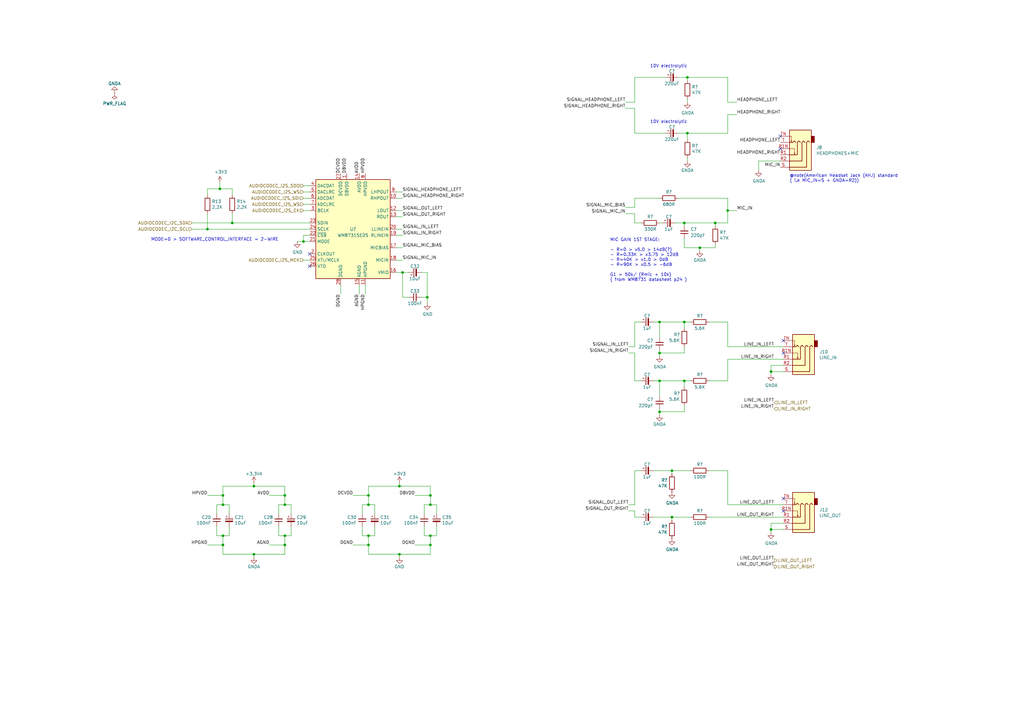
<source format=kicad_sch>
(kicad_sch (version 20231120) (generator "eeschema") (generator_version "8.0")
  (paper "A3")
  (title_block (title "KLST_TINY") (date "2021-05-01") (rev "0.2"))
  (lib_symbols
    (symbol "Audio:WM8731SEDS"
      (property "Reference" "U" (at -13.97 21.59 0))
      (property "Value" "WM8731SEDS" (at 0 5.08 0))
      (symbol "WM8731SEDS_0_1"
        (rectangle (start -15.24 20.32) (end 15.24 -20.32) (stroke (width 0.254)) (fill (type background)))
      )
      (symbol "WM8731SEDS_1_1"
        (pin power_in line (at -2.54 22.86 270) (length 2.54) (name "DBVDD") (number "1"))
        (pin output line (at 17.78 12.7 180) (length 2.54) (name "RHPOUT") (number "10"))
        (pin power_in line (at 5.08 -22.86 90) (length 2.54) (name "HPGND") (number "11"))
        (pin output line (at 17.78 7.62 180) (length 2.54) (name "LOUT") (number "12"))
        (pin output line (at 17.78 5.08 180) (length 2.54) (name "ROUT") (number "13"))
        (pin power_in line (at 2.54 22.86 270) (length 2.54) (name "AVDD") (number "14"))
        (pin power_in line (at 2.54 -22.86 90) (length 2.54) (name "AGND") (number "15"))
        (pin passive line (at 17.78 -17.78 180) (length 2.54) (name "VMID") (number "16"))
        (pin output line (at 17.78 -7.62 180) (length 2.54) (name "MICBIAS") (number "17"))
        (pin input line (at 17.78 -12.7 180) (length 2.54) (name "MICIN") (number "18"))
        (pin input line (at 17.78 -2.54 180) (length 2.54) (name "RLINEIN") (number "19"))
        (pin output line (at -17.78 -10.16 0) (length 2.54) (name "CLKOUT") (number "2"))
        (pin input line (at 17.78 0 180) (length 2.54) (name "LLINEIN") (number "20"))
        (pin input line (at -17.78 -5.08 0) (length 2.54) (name "MODE") (number "21"))
        (pin input line (at -17.78 -2.54 0) (length 2.54) (name "~{CSB}") (number "22"))
        (pin bidirectional line (at -17.78 2.54 0) (length 2.54) (name "SDIN") (number "23"))
        (pin input line (at -17.78 0 0) (length 2.54) (name "SCLK") (number "24"))
        (pin input line (at -17.78 -12.7 0) (length 2.54) (name "XTI/MCLK") (number "25"))
        (pin output line (at -17.78 -15.24 0) (length 2.54) (name "XTO") (number "26"))
        (pin power_in line (at -5.08 22.86 270) (length 2.54) (name "DCVDD") (number "27"))
        (pin power_in line (at -5.08 -22.86 90) (length 2.54) (name "DGND") (number "28"))
        (pin bidirectional line (at -17.78 7.62 0) (length 2.54) (name "BCLK") (number "3"))
        (pin input line (at -17.78 17.78 0) (length 2.54) (name "DACDAT") (number "4"))
        (pin bidirectional line (at -17.78 15.24 0) (length 2.54) (name "DACLRC") (number "5"))
        (pin output line (at -17.78 12.7 0) (length 2.54) (name "ADCDAT") (number "6"))
        (pin bidirectional line (at -17.78 10.16 0) (length 2.54) (name "ADCLRC") (number "7"))
        (pin power_in line (at 5.08 22.86 270) (length 2.54) (name "HPVDD") (number "8"))
        (pin output line (at 17.78 15.24 180) (length 2.54) (name "LHPOUT") (number "9"))
      )
    )
    (symbol "Device:C_Small" (pin_numbers hide) (pin_names (offset 0.254) hide)
      (property "Reference" "C" (at 0.254 1.778 0))
      (property "Value" "C_Small" (at 0.254 -2.032 0))
      (symbol "C_Small_0_1"
        (polyline (pts (xy -1.524 -0.508) (xy 1.524 -0.508)) (stroke (width 0.3302)))
        (polyline (pts (xy -1.524 0.508) (xy 1.524 0.508)) (stroke (width 0.3048)))
      )
      (symbol "C_Small_1_1"
        (pin passive line (at 0 2.54 270) (length 2.032) (name "~") (number "1"))
        (pin passive line (at 0 -2.54 90) (length 2.032) (name "~") (number "2"))
      )
    )
    (symbol "Device:R" (pin_numbers hide) (pin_names (offset 0))
      (property "Reference" "R" (at 2.032 0 90))
      (property "Value" "R" (at 0 0 90))
      (symbol "R_0_1"
        (rectangle (start -1.016 -2.54) (end 1.016 2.54) (stroke (width 0.254)))
      )
      (symbol "R_1_1"
        (pin passive line (at 0 3.81 270) (length 1.27) (name "~") (number "1"))
        (pin passive line (at 0 -3.81 90) (length 1.27) (name "~") (number "2"))
      )
    )
    (symbol "KLST_TINY-rescue:+3.3VA-power" (power) (pin_names (offset 0))
      (property "Value" "power_+3.3VA" (at 0 3.556 0))
      (symbol "+3.3VA-power_0_1"
        (polyline (pts (xy -0.762 1.27) (xy 0 2.54)))
        (polyline (pts (xy 0 0) (xy 0 2.54)))
        (polyline (pts (xy 0 2.54) (xy 0.762 1.27)))
      )
      (symbol "+3.3VA-power_1_1"
        (pin power_in line (at 0 0 90) (length 0) hide (name "+3.3VA") (number "1"))
      )
    )
    (symbol "KLST_TINY-rescue:+3V3-power" (power) (pin_names (offset 0))
      (property "Value" "power_+3V3" (at 0 3.556 0))
      (symbol "+3V3-power_0_1"
        (polyline (pts (xy -0.762 1.27) (xy 0 2.54)))
        (polyline (pts (xy 0 0) (xy 0 2.54)))
        (polyline (pts (xy 0 2.54) (xy 0.762 1.27)))
      )
      (symbol "+3V3-power_1_1"
        (pin power_in line (at 0 0 90) (length 0) hide (name "+3V3") (number "1"))
      )
    )
    (symbol "KLST_TINY-rescue:AudioJack4_SwitchTR1-Connector"
      (property "Reference" "J" (at 0 11.43 0))
      (property "Value" "Connector_AudioJack4_SwitchTR1" (at 0 8.89 0))
      (symbol "AudioJack4_SwitchTR1-Connector_0_1"
        (rectangle (start -7.62 -5.08) (end -8.89 -7.62) (stroke (width 0.254)) (fill (type outline)))
        (polyline (pts (xy 1.27 -5.08) (xy 2.54 -5.08)))
        (polyline (pts (xy 1.27 2.54) (xy 2.54 2.54)))
        (polyline (pts (xy 2.54 0) (xy 1.27 0)))
        (polyline (pts (xy 2.54 5.08) (xy 1.27 5.08)))
        (rectangle (start 1.27 6.35) (end -7.62 -10.16) (stroke (width 0.254)) (fill (type background)))
      )
      (symbol "AudioJack4_SwitchTR1-Connector_1_1"
        (polyline (pts (xy -0.762 -0.254) (xy -0.508 -0.762)))
        (polyline (pts (xy 0.508 -5.334) (xy 0.762 -5.842)))
        (polyline (pts (xy -1.27 -5.08) (xy -0.635 -5.715) (xy 0 -5.08) (xy 1.27 -5.08)) (stroke (width 0.254)))
        (polyline (pts (xy 2.54 -7.62) (xy 0.508 -7.62) (xy 0.508 -5.334) (xy 0.254 -5.842)))
        (polyline (pts (xy 2.54 -2.54) (xy -0.762 -2.54) (xy -0.762 -0.254) (xy -1.016 -0.762)))
        (polyline (pts (xy -3.175 -5.08) (xy -2.54 -5.715) (xy -1.905 -5.08) (xy -1.905 0) (xy 1.27 0)) (stroke (width 0.254)))
        (polyline (pts (xy 1.27 2.54) (xy -3.81 2.54) (xy -3.81 -5.08) (xy -4.445 -5.715) (xy -5.08 -5.08)) (stroke (width 0.254)))
        (polyline (pts (xy 1.27 5.08) (xy -5.715 5.08) (xy -5.715 -5.08) (xy -6.35 -5.715) (xy -6.985 -5.08)) (stroke (width 0.254)))
        (pin passive line (at 5.08 0 180) (length 2.54) (name "~") (number "R1"))
        (pin passive line (at 5.08 -2.54 180) (length 2.54) (name "~") (number "R1N"))
        (pin passive line (at 5.08 2.54 180) (length 2.54) (name "~") (number "R2"))
        (pin passive line (at 5.08 5.08 180) (length 2.54) (name "~") (number "S"))
        (pin passive line (at 5.08 -5.08 180) (length 2.54) (name "~") (number "T"))
        (pin passive line (at 5.08 -7.62 180) (length 2.54) (name "~") (number "TN"))
      )
    )
    (symbol "KLST_TINY-rescue:CP_Small-Device" (pin_numbers hide) (pin_names (offset 0.254) hide)
      (property "Reference" "C" (at 0.254 1.778 0))
      (property "Value" "Device_CP_Small" (at 0.254 -2.032 0))
      (symbol "CP_Small-Device_0_1"
        (rectangle (start -1.524 -0.3048) (end 1.524 -0.6858) (fill (type outline)))
        (rectangle (start -1.524 0.6858) (end 1.524 0.3048))
        (polyline (pts (xy -1.27 1.524) (xy -0.762 1.524)))
        (polyline (pts (xy -1.016 1.27) (xy -1.016 1.778)))
      )
      (symbol "CP_Small-Device_1_1"
        (pin passive line (at 0 2.54 270) (length 1.8542) (name "~") (number "1"))
        (pin passive line (at 0 -2.54 90) (length 1.8542) (name "~") (number "2"))
      )
    )
    (symbol "KLST_TINY-rescue:GND-power" (power) (pin_names (offset 0))
      (property "Value" "power_GND" (at 0 -3.81 0))
      (symbol "GND-power_0_1"
        (polyline (pts (xy 0 0) (xy 0 -1.27) (xy 1.27 -1.27) (xy 0 -2.54) (xy -1.27 -1.27) (xy 0 -1.27)))
      )
      (symbol "GND-power_1_1"
        (pin power_in line (at 0 0 270) (length 0) hide (name "GND") (number "1"))
      )
    )
    (symbol "KLST_TINY-rescue:GNDA-power" (power) (pin_names (offset 0))
      (property "Value" "power_GNDA" (at 0 -3.81 0))
      (symbol "GNDA-power_0_1"
        (polyline (pts (xy 0 0) (xy 0 -1.27) (xy 1.27 -1.27) (xy 0 -2.54) (xy -1.27 -1.27) (xy 0 -1.27)))
      )
      (symbol "GNDA-power_1_1"
        (pin power_in line (at 0 0 270) (length 0) hide (name "GNDA") (number "1"))
      )
    )
    (symbol "KLST_TINY-rescue:PWR_FLAG-power" (power) (pin_numbers hide) (pin_names (offset 0) hide)
      (property "Value" "power_PWR_FLAG" (at 0 3.81 0))
      (symbol "PWR_FLAG-power_0_0"
        (pin power_out line (at 0 0 90) (length 0) (name "pwr") (number "1"))
      )
      (symbol "PWR_FLAG-power_0_1"
        (polyline (pts (xy 0 0) (xy 0 1.27) (xy -1.016 1.905) (xy 0 2.54) (xy 1.016 1.905) (xy 0 1.27)))
      )
    )
  )
  (junction (at 281.94 54.61))
  (junction (at 298.45 86.36))
  (junction (at 287.02 101.6))
  (junction (at 281.94 31.75))
  (junction (at 104.14 199.39))
  (junction (at 151.13 207.01))
  (junction (at 316.23 152.4))
  (junction (at 95.25 91.44))
  (junction (at 91.44 203.2))
  (junction (at 176.53 223.52))
  (junction (at 275.59 193.04))
  (junction (at 270.51 168.91))
  (junction (at 116.84 207.01))
  (junction (at 270.51 156.21))
  (junction (at 275.59 212.09))
  (junction (at 280.67 156.21))
  (junction (at 151.13 219.71))
  (junction (at 293.37 91.44))
  (junction (at 91.44 207.01))
  (junction (at 91.44 219.71))
  (junction (at 176.53 207.01))
  (junction (at 91.44 223.52))
  (junction (at 316.23 217.17))
  (junction (at 280.67 91.44))
  (junction (at 165.1 111.76))
  (junction (at 175.26 121.92))
  (junction (at 163.83 199.39))
  (junction (at 85.09 93.98))
  (junction (at 270.51 144.78))
  (junction (at 124.46 99.06))
  (junction (at 280.67 132.08))
  (junction (at 176.53 203.2))
  (junction (at 163.83 227.33))
  (junction (at 104.14 227.33))
  (junction (at 116.84 203.2))
  (junction (at 151.13 203.2))
  (junction (at 90.17 77.47))
  (junction (at 176.53 219.71))
  (junction (at 116.84 223.52))
  (junction (at 270.51 132.08))
  (junction (at 116.84 219.71))
  (junction (at 151.13 223.52))
  (no_connect (at 127 104.14))
  (no_connect (at 321.31 204.47))
  (no_connect (at 320.04 55.88))
  (no_connect (at 321.31 209.55))
  (no_connect (at 321.31 144.78))
  (no_connect (at 127 109.22))
  (no_connect (at 320.04 60.96))
  (no_connect (at 321.31 139.7))
  (wire (pts (xy 280.67 168.91) (xy 270.51 168.91)))
  (wire (pts (xy 270.51 91.44) (xy 271.78 91.44)))
  (wire (pts (xy 257.81 209.55) (xy 260.35 209.55)))
  (wire (pts (xy 127 93.98) (xy 85.09 93.98)))
  (wire (pts (xy 260.35 144.78) (xy 260.35 156.21)))
  (wire (pts (xy 257.81 142.24) (xy 260.35 142.24)))
  (wire (pts (xy 281.94 41.91) (xy 281.94 40.64)))
  (wire (pts (xy 85.09 87.63) (xy 85.09 93.98)))
  (wire (pts (xy 260.35 207.01) (xy 260.35 193.04)))
  (wire (pts (xy 91.44 203.2) (xy 91.44 199.39)))
  (wire (pts (xy 144.78 203.2) (xy 151.13 203.2)))
  (wire (pts (xy 175.26 121.92) (xy 175.26 111.76)))
  (wire (pts (xy 104.14 198.12) (xy 104.14 199.39)))
  (wire (pts (xy 298.45 31.75) (xy 298.45 41.91)))
  (wire (pts (xy 176.53 207.01) (xy 173.99 207.01)))
  (wire (pts (xy 256.54 87.63) (xy 260.35 87.63)))
  (wire (pts (xy 91.44 219.71) (xy 88.9 219.71)))
  (wire (pts (xy 290.83 132.08) (xy 298.45 132.08)))
  (wire (pts (xy 260.35 44.45) (xy 260.35 54.61)))
  (wire (pts (xy 91.44 227.33) (xy 104.14 227.33)))
  (wire (pts (xy 176.53 223.52) (xy 176.53 227.33)))
  (wire (pts (xy 85.09 93.98) (xy 78.74 93.98)))
  (wire (pts (xy 151.13 219.71) (xy 148.59 219.71)))
  (wire (pts (xy 116.84 219.71) (xy 116.84 223.52)))
  (wire (pts (xy 93.98 219.71) (xy 93.98 215.9)))
  (wire (pts (xy 280.67 142.24) (xy 280.67 144.78)))
  (wire (pts (xy 280.67 132.08) (xy 270.51 132.08)))
  (wire (pts (xy 172.72 111.76) (xy 175.26 111.76)))
  (wire (pts (xy 93.98 207.01) (xy 91.44 207.01)))
  (wire (pts (xy 260.35 81.28) (xy 270.51 81.28)))
  (wire (pts (xy 298.45 91.44) (xy 298.45 86.36)))
  (wire (pts (xy 127 91.44) (xy 95.25 91.44)))
  (wire (pts (xy 176.53 219.71) (xy 179.07 219.71)))
  (wire (pts (xy 124.46 78.74) (xy 127 78.74)))
  (wire (pts (xy 275.59 193.04) (xy 267.97 193.04)))
  (wire (pts (xy 293.37 91.44) (xy 293.37 92.71)))
  (wire (pts (xy 151.13 207.01) (xy 151.13 203.2)))
  (wire (pts (xy 162.56 106.68) (xy 165.1 106.68)))
  (wire (pts (xy 298.45 207.01) (xy 298.45 193.04)))
  (wire (pts (xy 162.56 93.98) (xy 165.1 93.98)))
  (wire (pts (xy 91.44 207.01) (xy 88.9 207.01)))
  (wire (pts (xy 116.84 203.2) (xy 116.84 199.39)))
  (wire (pts (xy 116.84 219.71) (xy 119.38 219.71)))
  (wire (pts (xy 275.59 212.09) (xy 267.97 212.09)))
  (wire (pts (xy 262.89 132.08) (xy 260.35 132.08)))
  (wire (pts (xy 260.35 54.61) (xy 273.05 54.61)))
  (wire (pts (xy 283.21 212.09) (xy 275.59 212.09)))
  (wire (pts (xy 298.45 86.36) (xy 302.26 86.36)))
  (wire (pts (xy 287.02 101.6) (xy 293.37 101.6)))
  (wire (pts (xy 91.44 219.71) (xy 91.44 223.52)))
  (wire (pts (xy 124.46 83.82) (xy 127 83.82)))
  (wire (pts (xy 293.37 91.44) (xy 298.45 91.44)))
  (wire (pts (xy 321.31 214.63) (xy 316.23 214.63)))
  (wire (pts (xy 179.07 207.01) (xy 179.07 210.82)))
  (wire (pts (xy 124.46 96.52) (xy 124.46 99.06)))
  (wire (pts (xy 270.51 156.21) (xy 267.97 156.21)))
  (wire (pts (xy 283.21 132.08) (xy 280.67 132.08)))
  (wire (pts (xy 270.51 156.21) (xy 270.51 162.56)))
  (wire (pts (xy 316.23 217.17) (xy 316.23 218.44)))
  (wire (pts (xy 260.35 209.55) (xy 260.35 212.09)))
  (wire (pts (xy 256.54 85.09) (xy 260.35 85.09)))
  (wire (pts (xy 151.13 227.33) (xy 163.83 227.33)))
  (wire (pts (xy 176.53 219.71) (xy 173.99 219.71)))
  (wire (pts (xy 176.53 219.71) (xy 176.53 223.52)))
  (wire (pts (xy 256.54 41.91) (xy 260.35 41.91)))
  (wire (pts (xy 260.35 31.75) (xy 273.05 31.75)))
  (wire (pts (xy 153.67 207.01) (xy 153.67 210.82)))
  (wire (pts (xy 260.35 193.04) (xy 262.89 193.04)))
  (wire (pts (xy 298.45 46.99) (xy 298.45 54.61)))
  (wire (pts (xy 124.46 99.06) (xy 121.92 99.06)))
  (wire (pts (xy 124.46 99.06) (xy 127 99.06)))
  (wire (pts (xy 316.23 217.17) (xy 321.31 217.17)))
  (wire (pts (xy 148.59 207.01) (xy 148.59 210.82)))
  (wire (pts (xy 260.35 85.09) (xy 260.35 81.28)))
  (wire (pts (xy 281.94 31.75) (xy 298.45 31.75)))
  (wire (pts (xy 119.38 207.01) (xy 119.38 210.82)))
  (wire (pts (xy 280.67 156.21) (xy 280.67 158.75)))
  (wire (pts (xy 170.18 223.52) (xy 176.53 223.52)))
  (wire (pts (xy 90.17 77.47) (xy 90.17 74.93)))
  (wire (pts (xy 127 86.36) (xy 124.46 86.36)))
  (wire (pts (xy 91.44 207.01) (xy 91.44 203.2)))
  (wire (pts (xy 298.45 81.28) (xy 278.13 81.28)))
  (wire (pts (xy 257.81 207.01) (xy 260.35 207.01)))
  (wire (pts (xy 281.94 54.61) (xy 281.94 57.15)))
  (wire (pts (xy 127 96.52) (xy 124.46 96.52)))
  (wire (pts (xy 176.53 207.01) (xy 176.53 203.2)))
  (wire (pts (xy 93.98 207.01) (xy 93.98 210.82)))
  (wire (pts (xy 280.67 132.08) (xy 280.67 134.62)))
  (wire (pts (xy 287.02 102.87) (xy 287.02 101.6)))
  (wire (pts (xy 280.67 101.6) (xy 287.02 101.6)))
  (wire (pts (xy 298.45 41.91) (xy 302.26 41.91)))
  (wire (pts (xy 151.13 199.39) (xy 163.83 199.39)))
  (wire (pts (xy 147.32 116.84) (xy 147.32 120.65)))
  (wire (pts (xy 114.3 207.01) (xy 114.3 210.82)))
  (wire (pts (xy 260.35 144.78) (xy 257.81 144.78)))
  (wire (pts (xy 91.44 219.71) (xy 93.98 219.71)))
  (wire (pts (xy 149.86 116.84) (xy 149.86 120.65)))
  (wire (pts (xy 114.3 219.71) (xy 114.3 215.9)))
  (wire (pts (xy 179.07 207.01) (xy 176.53 207.01)))
  (wire (pts (xy 151.13 203.2) (xy 151.13 199.39)))
  (wire (pts (xy 104.14 227.33) (xy 116.84 227.33)))
  (wire (pts (xy 260.35 142.24) (xy 260.35 132.08)))
  (wire (pts (xy 119.38 219.71) (xy 119.38 215.9)))
  (wire (pts (xy 163.83 228.6) (xy 163.83 227.33)))
  (wire (pts (xy 116.84 219.71) (xy 114.3 219.71)))
  (wire (pts (xy 162.56 81.28) (xy 165.1 81.28)))
  (wire (pts (xy 298.45 86.36) (xy 298.45 81.28)))
  (wire (pts (xy 104.14 199.39) (xy 116.84 199.39)))
  (wire (pts (xy 173.99 207.01) (xy 173.99 210.82)))
  (wire (pts (xy 170.18 203.2) (xy 176.53 203.2)))
  (wire (pts (xy 298.45 46.99) (xy 302.26 46.99)))
  (wire (pts (xy 316.23 152.4) (xy 316.23 153.67)))
  (wire (pts (xy 104.14 228.6) (xy 104.14 227.33)))
  (wire (pts (xy 280.67 91.44) (xy 293.37 91.44)))
  (wire (pts (xy 85.09 223.52) (xy 91.44 223.52)))
  (wire (pts (xy 95.25 77.47) (xy 95.25 80.01)))
  (wire (pts (xy 116.84 207.01) (xy 116.84 203.2)))
  (wire (pts (xy 298.45 207.01) (xy 321.31 207.01)))
  (wire (pts (xy 95.25 87.63) (xy 95.25 91.44)))
  (wire (pts (xy 316.23 149.86) (xy 316.23 152.4)))
  (wire (pts (xy 270.51 168.91) (xy 270.51 170.18)))
  (wire (pts (xy 110.49 203.2) (xy 116.84 203.2)))
  (wire (pts (xy 116.84 207.01) (xy 114.3 207.01)))
  (wire (pts (xy 281.94 31.75) (xy 281.94 33.02)))
  (wire (pts (xy 176.53 203.2) (xy 176.53 199.39)))
  (wire (pts (xy 281.94 54.61) (xy 298.45 54.61)))
  (wire (pts (xy 91.44 199.39) (xy 104.14 199.39)))
  (wire (pts (xy 91.44 223.52) (xy 91.44 227.33)))
  (wire (pts (xy 124.46 81.28) (xy 127 81.28)))
  (wire (pts (xy 151.13 219.71) (xy 153.67 219.71)))
  (wire (pts (xy 165.1 121.92) (xy 167.64 121.92)))
  (wire (pts (xy 278.13 31.75) (xy 281.94 31.75)))
  (wire (pts (xy 280.67 166.37) (xy 280.67 168.91)))
  (wire (pts (xy 280.67 144.78) (xy 270.51 144.78)))
  (wire (pts (xy 298.45 147.32) (xy 298.45 156.21)))
  (wire (pts (xy 173.99 219.71) (xy 173.99 215.9)))
  (wire (pts (xy 165.1 111.76) (xy 167.64 111.76)))
  (wire (pts (xy 298.45 193.04) (xy 290.83 193.04)))
  (wire (pts (xy 270.51 143.51) (xy 270.51 144.78)))
  (wire (pts (xy 175.26 121.92) (xy 172.72 121.92)))
  (wire (pts (xy 88.9 207.01) (xy 88.9 210.82)))
  (wire (pts (xy 276.86 91.44) (xy 280.67 91.44)))
  (wire (pts (xy 88.9 219.71) (xy 88.9 215.9)))
  (wire (pts (xy 162.56 111.76) (xy 165.1 111.76)))
  (wire (pts (xy 283.21 156.21) (xy 280.67 156.21)))
  (wire (pts (xy 280.67 97.79) (xy 280.67 101.6)))
  (wire (pts (xy 321.31 149.86) (xy 316.23 149.86)))
  (wire (pts (xy 311.15 66.04) (xy 320.04 66.04)))
  (wire (pts (xy 260.35 41.91) (xy 260.35 31.75)))
  (wire (pts (xy 316.23 214.63) (xy 316.23 217.17)))
  (wire (pts (xy 144.78 223.52) (xy 151.13 223.52)))
  (wire (pts (xy 270.51 132.08) (xy 267.97 132.08)))
  (wire (pts (xy 311.15 66.04) (xy 311.15 69.85)))
  (wire (pts (xy 153.67 207.01) (xy 151.13 207.01)))
  (wire (pts (xy 293.37 100.33) (xy 293.37 101.6)))
  (wire (pts (xy 163.83 227.33) (xy 176.53 227.33)))
  (wire (pts (xy 260.35 212.09) (xy 262.89 212.09)))
  (wire (pts (xy 119.38 207.01) (xy 116.84 207.01)))
  (wire (pts (xy 162.56 88.9) (xy 165.1 88.9)))
  (wire (pts (xy 283.21 193.04) (xy 275.59 193.04)))
  (wire (pts (xy 162.56 86.36) (xy 165.1 86.36)))
  (wire (pts (xy 290.83 212.09) (xy 321.31 212.09)))
  (wire (pts (xy 275.59 213.36) (xy 275.59 212.09)))
  (wire (pts (xy 165.1 111.76) (xy 165.1 121.92)))
  (wire (pts (xy 163.83 199.39) (xy 176.53 199.39)))
  (wire (pts (xy 175.26 124.46) (xy 175.26 121.92)))
  (wire (pts (xy 110.49 223.52) (xy 116.84 223.52)))
  (wire (pts (xy 260.35 87.63) (xy 260.35 91.44)))
  (wire (pts (xy 278.13 54.61) (xy 281.94 54.61)))
  (wire (pts (xy 281.94 66.04) (xy 281.94 64.77)))
  (wire (pts (xy 127 106.68) (xy 124.46 106.68)))
  (wire (pts (xy 256.54 44.45) (xy 260.35 44.45)))
  (wire (pts (xy 262.89 156.21) (xy 260.35 156.21)))
  (wire (pts (xy 85.09 203.2) (xy 91.44 203.2)))
  (wire (pts (xy 275.59 194.31) (xy 275.59 193.04)))
  (wire (pts (xy 95.25 91.44) (xy 78.74 91.44)))
  (wire (pts (xy 290.83 156.21) (xy 298.45 156.21)))
  (wire (pts (xy 162.56 96.52) (xy 165.1 96.52)))
  (wire (pts (xy 85.09 77.47) (xy 90.17 77.47)))
  (wire (pts (xy 260.35 91.44) (xy 262.89 91.44)))
  (wire (pts (xy 151.13 223.52) (xy 151.13 227.33)))
  (wire (pts (xy 163.83 198.12) (xy 163.83 199.39)))
  (wire (pts (xy 162.56 78.74) (xy 165.1 78.74)))
  (wire (pts (xy 165.1 101.6) (xy 162.56 101.6)))
  (wire (pts (xy 298.45 147.32) (xy 321.31 147.32)))
  (wire (pts (xy 316.23 152.4) (xy 321.31 152.4)))
  (wire (pts (xy 116.84 223.52) (xy 116.84 227.33)))
  (wire (pts (xy 151.13 207.01) (xy 148.59 207.01)))
  (wire (pts (xy 270.51 132.08) (xy 270.51 138.43)))
  (wire (pts (xy 90.17 77.47) (xy 95.25 77.47)))
  (wire (pts (xy 151.13 219.71) (xy 151.13 223.52)))
  (wire (pts (xy 270.51 167.64) (xy 270.51 168.91)))
  (wire (pts (xy 153.67 219.71) (xy 153.67 215.9)))
  (wire (pts (xy 280.67 91.44) (xy 280.67 92.71)))
  (wire (pts (xy 298.45 132.08) (xy 298.45 142.24)))
  (wire (pts (xy 270.51 144.78) (xy 270.51 146.05)))
  (wire (pts (xy 124.46 76.2) (xy 127 76.2)))
  (wire (pts (xy 298.45 142.24) (xy 321.31 142.24)))
  (wire (pts (xy 148.59 219.71) (xy 148.59 215.9)))
  (wire (pts (xy 280.67 156.21) (xy 270.51 156.21)))
  (wire (pts (xy 85.09 80.01) (xy 85.09 77.47)))
  (wire (pts (xy 139.7 116.84) (xy 139.7 120.65)))
  (wire (pts (xy 179.07 219.71) (xy 179.07 215.9)))
  (text "MODE=0 > SOFTWARE_CONTROL_INTERFACE = 2-WIRE" (at 114.3 99.06 0) (effects (font (size 1.27 1.27)) (justify right bottom)))
  (text "10V electrolytic" (at 281.94 50.8 0) (effects (font (size 1.27 1.27)) (justify right bottom)))
  (text "10V electrolytic" (at 281.94 27.94 0) (effects (font (size 1.27 1.27)) (justify right bottom)))
  (text "@note(American Headset Jack (AHJ) standard \n( i.e MIC_IN=S + GNDA=R2))" (at 323.85 74.93 0) (effects (font (size 1.27 1.27)) (justify left bottom)))
  (text "MIC GAIN 1ST STAGE:\n\n- R=0 > x5.0 > 14dB(?)\n- R=0.33K > x3.75 > 12dB\n- R=40K > x1.0 > 0dB\n- R=90K > x0.5 > -6dB\n\nG1 = 50k/ (Rmic + 10k)\n( from WM8731 datasheet p24 )" (at 250.19 115.57 0) (effects (font (size 1.27 1.27)) (justify left bottom)))
  (label "SIGNAL_MIC_BIAS" (at 256.54 85.09 180))
  (label "HEADPHONE_RIGHT" (at 302.26 46.99 0))
  (label "LINE_OUT_RIGHT" (at 317.5 212.09 180))
  (label "AGND" (at 110.49 223.52 180))
  (label "SIGNAL_MIC_BIAS" (at 165.1 101.6 0))
  (label "DGND" (at 170.18 223.52 180))
  (label "SIGNAL_HEADPHONE_LEFT" (at 165.1 78.74 0))
  (label "MIC_IN" (at 302.26 86.36 0))
  (label "HPGND" (at 149.86 120.65 270))
  (label "HPGND" (at 85.09 223.52 180))
  (label "SIGNAL_MIC_IN" (at 256.54 87.63 180))
  (label "HPVDD" (at 149.86 71.12 90))
  (label "HEADPHONE_RIGHT" (at 320.04 63.5 180))
  (label "SIGNAL_IN_RIGHT" (at 257.81 144.78 180))
  (label "SIGNAL_IN_RIGHT" (at 165.1 96.52 0))
  (label "SIGNAL_OUT_LEFT" (at 257.81 207.01 180))
  (label "SIGNAL_MIC_IN" (at 165.1 106.68 0))
  (label "AGND" (at 147.32 120.65 270))
  (label "SIGNAL_OUT_LEFT" (at 165.1 86.36 0))
  (label "SIGNAL_IN_LEFT" (at 257.81 142.24 180))
  (label "SIGNAL_HEADPHONE_LEFT" (at 256.54 41.91 180))
  (label "LINE_IN_LEFT" (at 317.5 165.1 180))
  (label "LINE_OUT_LEFT" (at 317.5 207.01 180))
  (label "SIGNAL_HEADPHONE_RIGHT" (at 256.54 44.45 180))
  (label "DCVDD" (at 139.7 71.12 90))
  (label "LINE_OUT_RIGHT" (at 317.5 232.41 180))
  (label "SIGNAL_OUT_RIGHT" (at 165.1 88.9 0))
  (label "SIGNAL_HEADPHONE_RIGHT" (at 165.1 81.28 0))
  (label "LINE_IN_RIGHT" (at 317.5 147.32 180))
  (label "SIGNAL_IN_LEFT" (at 165.1 93.98 0))
  (label "DGND" (at 144.78 223.52 180))
  (label "AVDD" (at 147.32 71.12 90))
  (label "DBVDD" (at 142.24 71.12 90))
  (label "SIGNAL_OUT_RIGHT" (at 257.81 209.55 180))
  (label "LINE_OUT_LEFT" (at 317.5 229.87 180))
  (label "MIC_IN" (at 320.04 68.58 180))
  (label "LINE_IN_LEFT" (at 317.5 142.24 180))
  (label "HEADPHONE_LEFT" (at 320.04 58.42 180))
  (label "DBVDD" (at 170.18 203.2 180))
  (label "HEADPHONE_LEFT" (at 302.26 41.91 0))
  (label "DGND" (at 139.7 120.65 270))
  (label "HPVDD" (at 85.09 203.2 180))
  (label "DCVDD" (at 144.78 203.2 180))
  (label "LINE_IN_RIGHT" (at 317.5 167.64 180))
  (label "AVDD" (at 110.49 203.2 180))
  (hierarchical_label "AUDIOCODEC_I2S_CK" (shape input) (at 124.46 86.36 180))
  (hierarchical_label "AUDIOCODEC_I2S_WS" (shape input) (at 124.46 78.74 180))
  (hierarchical_label "LINE_IN_RIGHT" (shape input) (at 317.5 167.64 0))
  (hierarchical_label "AUDIOCODEC_I2S_WS" (shape input) (at 124.46 83.82 180))
  (hierarchical_label "AUDIOCODEC_I2S_MCK" (shape input) (at 124.46 106.68 180))
  (hierarchical_label "LINE_OUT_RIGHT" (shape output) (at 317.5 232.41 0))
  (hierarchical_label "AUDIOCODEC_I2C_SCL" (shape input) (at 78.74 93.98 180))
  (hierarchical_label "LINE_IN_LEFT" (shape input) (at 317.5 165.1 0))
  (hierarchical_label "AUDIOCODEC_I2S_SDI" (shape input) (at 124.46 81.28 180))
  (hierarchical_label "AUDIOCODEC_I2S_SDO" (shape input) (at 124.46 76.2 180))
  (hierarchical_label "LINE_OUT_LEFT" (shape output) (at 317.5 229.87 0))
  (hierarchical_label "AUDIOCODEC_I2C_SDA" (shape input) (at 78.74 91.44 180))
  (symbol (lib_id "KLST_TINY-rescue:CP_Small-Device") (at 153.67 213.36 0) (unit 1)
    (property "Reference" "C31" (at 155.9052 212.1916 0) (effects (justify left)))
    (property "Value" "10uF" (at 155.9052 214.503 0) (effects (justify left)))
    (property "Footprint" "Capacitor_Tantalum_SMD:CP_EIA-3216-18_Kemet-A" (effects (hide yes)))
    (property "MFR.Part #" "TAJA106K016RNJ" (effects (hide yes)))
    (property "LCSC Part #" "C7171" (effects (hide yes)))
    (property "Extended Part" "-" (effects (hide yes)))
  )
  (symbol (lib_id "Device:C_Small") (at 148.59 213.36 0) (mirror x) (unit 1)
    (property "Reference" "C30" (at 146.2786 212.1916 0) (effects (justify right)))
    (property "Value" "100nF" (at 146.2786 214.503 0) (effects (justify right)))
    (property "Footprint" "Capacitor_SMD:C_0402_1005Metric" (effects (hide yes)))
    (property "MFR.Part #" "CL05B104KO5NNNC" (effects (hide yes)))
    (property "LCSC Part #" "C1525" (effects (hide yes)))
    (property "Extended Part" "-" (effects (hide yes)))
  )
  (symbol (lib_id "KLST_TINY-rescue:CP_Small-Device") (at 179.07 213.36 0) (unit 1)
    (property "Reference" "C35" (at 181.3052 212.1916 0) (effects (justify left)))
    (property "Value" "10uF" (at 181.3052 214.503 0) (effects (justify left)))
    (property "Footprint" "Capacitor_Tantalum_SMD:CP_EIA-3216-18_Kemet-A" (effects (hide yes)))
    (property "MFR.Part #" "TAJA106K016RNJ" (effects (hide yes)))
    (property "LCSC Part #" "C7171" (effects (hide yes)))
    (property "Extended Part" "-" (effects (hide yes)))
  )
  (symbol (lib_id "Device:C_Small") (at 173.99 213.36 0) (mirror x) (unit 1)
    (property "Reference" "C34" (at 171.6786 212.1916 0) (effects (justify right)))
    (property "Value" "100nF" (at 171.6786 214.503 0) (effects (justify right)))
    (property "Footprint" "Capacitor_SMD:C_0402_1005Metric" (effects (hide yes)))
    (property "MFR.Part #" "CL05B104KO5NNNC" (effects (hide yes)))
    (property "LCSC Part #" "C1525" (effects (hide yes)))
    (property "Extended Part" "-" (effects (hide yes)))
  )
  (symbol (lib_id "KLST_TINY-rescue:GND-power") (at 163.83 228.6 0) (unit 1)
    (property "Reference" "#PWR0117" (effects (hide yes)))
    (property "Value" "GND" (at 163.83 232.41 0))
  )
  (symbol (lib_id "KLST_TINY-rescue:CP_Small-Device") (at 93.98 213.36 0) (unit 1)
    (property "Reference" "C21" (at 96.2152 212.1916 0) (effects (justify left)))
    (property "Value" "10uF" (at 96.2152 214.503 0) (effects (justify left)))
    (property "Footprint" "Capacitor_Tantalum_SMD:CP_EIA-3216-18_Kemet-A" (effects (hide yes)))
    (property "MFR.Part #" "TAJA106K016RNJ" (effects (hide yes)))
    (property "LCSC Part #" "C7171" (effects (hide yes)))
    (property "Extended Part" "-" (effects (hide yes)))
  )
  (symbol (lib_id "Device:C_Small") (at 88.9 213.36 0) (mirror x) (unit 1)
    (property "Reference" "C20" (at 86.5886 212.1916 0) (effects (justify right)))
    (property "Value" "100nF" (at 86.5886 214.503 0) (effects (justify right)))
    (property "Footprint" "Capacitor_SMD:C_0402_1005Metric" (effects (hide yes)))
    (property "MFR.Part #" "CL05B104KO5NNNC" (effects (hide yes)))
    (property "LCSC Part #" "C1525" (effects (hide yes)))
    (property "Extended Part" "-" (effects (hide yes)))
  )
  (symbol (lib_id "KLST_TINY-rescue:CP_Small-Device") (at 119.38 213.36 0) (unit 1)
    (property "Reference" "C29" (at 121.6152 212.1916 0) (effects (justify left)))
    (property "Value" "10uF" (at 121.6152 214.503 0) (effects (justify left)))
    (property "Footprint" "Capacitor_Tantalum_SMD:CP_EIA-3216-18_Kemet-A" (effects (hide yes)))
    (property "MFR.Part #" "TAJA106K016RNJ" (effects (hide yes)))
    (property "LCSC Part #" "C7171" (effects (hide yes)))
    (property "Extended Part" "-" (effects (hide yes)))
  )
  (symbol (lib_id "Device:C_Small") (at 114.3 213.36 0) (mirror x) (unit 1)
    (property "Reference" "C28" (at 111.9886 212.1916 0) (effects (justify right)))
    (property "Value" "100nF" (at 111.9886 214.503 0) (effects (justify right)))
    (property "Footprint" "Capacitor_SMD:C_0402_1005Metric" (effects (hide yes)))
    (property "MFR.Part #" "CL05B104KO5NNNC" (effects (hide yes)))
    (property "LCSC Part #" "C1525" (effects (hide yes)))
    (property "Extended Part" "-" (effects (hide yes)))
  )
  (symbol (lib_id "KLST_TINY-rescue:GNDA-power") (at 104.14 228.6 0) (unit 1)
    (property "Reference" "#PWR?" (effects (hide yes)))
    (property "Value" "GNDA" (at 104.14 232.41 0))
    (instances (project "" (path "" (reference "#PWR?") (unit 1)) (path "" (reference "#PWR056") (unit 1))))
  )
  (symbol (lib_id "KLST_TINY-rescue:AudioJack4_SwitchTR1-Connector") (at 325.12 63.5 180) (unit 1)
    (property "Reference" "J8" (at 334.772 60.5282 0) (effects (justify right)))
    (property "Value" "HEADPHONES+MIC" (at 334.772 62.8396 0) (effects (justify right)))
    (property "Footprint" "KLST_TINY:Korean_Hroparts_Elec_PJ-316A-6A" (effects (hide yes)))
    (property "Datasheet" "https://datasheet.lcsc.com/szlcsc/1810121710_Korean-Hroparts-Elec-PJ-316A-6A_C128987.pdf" (effects (hide yes)))
    (property "MFR.Part #" "PJ-316A-6A" (effects (hide yes)))
    (property "LCSC Part #" "C128987" (effects (hide yes)))
    (property "Extended Part" "x" (effects (hide yes)))
  )
  (symbol (lib_id "KLST_TINY-rescue:GNDA-power") (at 311.15 69.85 0) (unit 1)
    (property "Reference" "#PWR0109" (effects (hide yes)))
    (property "Value" "GNDA" (at 311.277 74.2442 0))
  )
  (symbol (lib_id "Device:R") (at 274.32 81.28 270) (unit 1)
    (property "Reference" "R?" (at 274.32 78.74 90))
    (property "Value" "680R" (at 274.32 83.82 90))
    (property "Footprint" "Resistor_SMD:R_0805_2012Metric" (effects (hide yes)))
    (property "MFR.Part #" "0805W8F6800T5E" (effects (hide yes)))
    (property "LCSC Part #" "C17798" (effects (hide yes)))
    (property "Extended Part" "-" (effects (hide yes)))
    (instances (project "" (path "" (reference "R?") (unit 1)) (path "" (reference "R12") (unit 1))))
  )
  (symbol (lib_id "KLST_TINY-rescue:CP_Small-Device") (at 274.32 91.44 90) (mirror x) (unit 1)
    (property "Reference" "C?" (at 274.32 88.9 90))
    (property "Value" "1uF" (at 274.32 93.98 90))
    (property "Footprint" "Capacitor_Tantalum_SMD:CP_EIA-3216-18_Kemet-A" (effects (hide yes)))
    (property "MFR.Part #" "TAJA105K025RNJ" (effects (hide yes)))
    (property "Extended Part" "x" (effects (hide yes)))
    (property "LCSC Part #" "C7175" (effects (hide yes)))
    (instances (project "" (path "" (reference "C?") (unit 1)) (path "" (reference "C18") (unit 1))))
  )
  (symbol (lib_id "Device:R") (at 293.37 96.52 0) (unit 1)
    (property "Reference" "R?" (at 295.148 95.3516 0) (effects (justify left)))
    (property "Value" "47K" (at 295.148 97.663 0) (effects (justify left)))
    (property "Footprint" "Resistor_SMD:R_0805_2012Metric" (effects (hide yes)))
    (property "MFR.Part #" "0805W8F4702T5E" (effects (hide yes)))
    (property "LCSC Part #" "C17713" (effects (hide yes)))
    (property "Extended Part" "-" (effects (hide yes)))
    (instances (project "" (path "" (reference "R?") (unit 1)) (path "" (reference "R16") (unit 1))))
  )
  (symbol (lib_id "Device:C_Small") (at 280.67 95.25 180) (unit 1)
    (property "Reference" "C?" (at 283.21 93.98 0) (effects (justify right)))
    (property "Value" "220pF" (at 283.21 96.52 0) (effects (justify right)))
    (property "Footprint" "Capacitor_SMD:C_0805_2012Metric" (effects (hide yes)))
    (property "MFR.Part #" "CL21B221KBANNNC" (effects (hide yes)))
    (property "LCSC Part #" "C53172" (effects (hide yes)))
    (property "Extended Part" "-" (effects (hide yes)))
    (instances (project "" (path "" (reference "C?") (unit 1)) (path "" (reference "C19") (unit 1))))
  )
  (symbol (lib_id "KLST_TINY-rescue:GNDA-power") (at 287.02 102.87 0) (mirror y) (unit 1)
    (property "Reference" "#PWR0111" (effects (hide yes)))
    (property "Value" "GNDA" (at 287.02 106.68 0))
  )
  (symbol (lib_id "Device:R") (at 266.7 91.44 270) (unit 1)
    (property "Reference" "R?" (at 266.7 88.9 90))
    (property "Value" "330R" (at 266.7 93.98 90))
    (property "Footprint" "Resistor_SMD:R_0805_2012Metric_Pad1.20x1.40mm_HandSolder" (effects (hide yes)))
    (property "MFR.Part #" "0805W8F3300T5E" (effects (hide yes)))
    (property "LCSC Part #" "C17630" (effects (hide yes)))
    (property "Extended Part" "-" (effects (hide yes)))
    (instances (project "" (path "" (reference "R?") (unit 1)) (path "" (reference "R15") (unit 1))))
  )
  (symbol (lib_id "KLST_TINY-rescue:AudioJack4_SwitchTR1-Connector") (at 326.39 147.32 180) (unit 1)
    (property "Reference" "J10" (at 336.042 144.3482 0) (effects (justify right)))
    (property "Value" "LINE_IN" (at 336.042 146.6596 0) (effects (justify right)))
    (property "Footprint" "KLST_TINY:Korean_Hroparts_Elec_PJ-316A-6A" (effects (hide yes)))
    (property "Datasheet" "https://datasheet.lcsc.com/szlcsc/1810121710_Korean-Hroparts-Elec-PJ-316A-6A_C128987.pdf" (effects (hide yes)))
    (property "MFR.Part #" "PJ-316A-6A" (effects (hide yes)))
    (property "LCSC Part #" "C128987" (effects (hide yes)))
    (property "Extended Part" "x" (effects (hide yes)))
  )
  (symbol (lib_id "KLST_TINY-rescue:AudioJack4_SwitchTR1-Connector") (at 326.39 212.09 180) (unit 1)
    (property "Reference" "J12" (at 336.042 209.1182 0) (effects (justify right)))
    (property "Value" "LINE_OUT" (at 336.042 211.4296 0) (effects (justify right)))
    (property "Footprint" "KLST_TINY:Korean_Hroparts_Elec_PJ-316A-6A" (effects (hide yes)))
    (property "Datasheet" "https://datasheet.lcsc.com/szlcsc/1810121710_Korean-Hroparts-Elec-PJ-316A-6A_C128987.pdf" (effects (hide yes)))
    (property "MFR.Part #" "PJ-316A-6A" (effects (hide yes)))
    (property "LCSC Part #" "C128987" (effects (hide yes)))
    (property "Extended Part" "x" (effects (hide yes)))
  )
  (symbol (lib_id "KLST_TINY-rescue:PWR_FLAG-power") (at 46.99 38.1 180) (unit 1)
    (property "Reference" "#FLG?" (effects (hide yes)))
    (property "Value" "PWR_FLAG" (at 46.99 42.4942 0))
    (instances (project "" (path "" (reference "#FLG?") (unit 1)) (path "" (reference "#FLG0102") (unit 1))))
  )
  (symbol (lib_id "KLST_TINY-rescue:GNDA-power") (at 46.99 38.1 180) (unit 1)
    (property "Reference" "#PWR0119" (effects (hide yes)))
    (property "Value" "GNDA" (at 46.99 34.29 0))
  )
  (symbol (lib_id "KLST_TINY-rescue:CP_Small-Device") (at 265.43 193.04 90) (mirror x) (unit 1)
    (property "Reference" "C?" (at 265.43 190.5 90))
    (property "Value" "1uF" (at 265.43 195.58 90))
    (property "Footprint" "Capacitor_Tantalum_SMD:CP_EIA-3216-18_Kemet-A" (effects (hide yes)))
    (property "MFR.Part #" "TAJA105K025RNJ" (effects (hide yes)))
    (property "Extended Part" "x" (effects (hide yes)))
    (property "LCSC Part #" "C7175" (effects (hide yes)))
    (instances (project "" (path "" (reference "C?") (unit 1)) (path "" (reference "C26") (unit 1))))
  )
  (symbol (lib_id "Device:R") (at 287.02 193.04 90) (mirror x) (unit 1)
    (property "Reference" "R?" (at 287.02 190.5 90))
    (property "Value" "100R" (at 287.02 195.58 90))
    (property "Footprint" "Resistor_SMD:R_0805_2012Metric" (effects (hide yes)))
    (property "MFR.Part #" "0805W8F1000T5E" (effects (hide yes)))
    (property "LCSC Part #" "C17408" (effects (hide yes)))
    (property "Extended Part" "-" (effects (hide yes)))
    (instances (project "" (path "" (reference "R?") (unit 1)) (path "" (reference "R21") (unit 1))))
  )
  (symbol (lib_id "Device:R") (at 275.59 198.12 0) (mirror y) (unit 1)
    (property "Reference" "R?" (at 273.812 196.9516 0) (effects (justify left)))
    (property "Value" "47K" (at 273.812 199.263 0) (effects (justify left)))
    (property "Footprint" "Resistor_SMD:R_0805_2012Metric" (effects (hide yes)))
    (property "MFR.Part #" "0805W8F4702T5E" (effects (hide yes)))
    (property "LCSC Part #" "C17713" (effects (hide yes)))
    (property "Extended Part" "-" (effects (hide yes)))
    (instances (project "" (path "" (reference "R?") (unit 1)) (path "" (reference "R22") (unit 1))))
  )
  (symbol (lib_id "KLST_TINY-rescue:GNDA-power") (at 275.59 201.93 0) (unit 1)
    (property "Reference" "#PWR0114" (effects (hide yes)))
    (property "Value" "GNDA" (at 275.717 206.3242 0))
  )
  (symbol (lib_id "KLST_TINY-rescue:GNDA-power") (at 316.23 218.44 0) (unit 1)
    (property "Reference" "#PWR0115" (effects (hide yes)))
    (property "Value" "GNDA" (at 316.357 222.8342 0))
  )
  (symbol (lib_id "KLST_TINY-rescue:CP_Small-Device") (at 265.43 212.09 90) (mirror x) (unit 1)
    (property "Reference" "C?" (at 265.43 209.55 90))
    (property "Value" "1uF" (at 265.43 214.63 90))
    (property "Footprint" "Capacitor_Tantalum_SMD:CP_EIA-3216-18_Kemet-A" (effects (hide yes)))
    (property "MFR.Part #" "TAJA105K025RNJ" (effects (hide yes)))
    (property "Extended Part" "x" (effects (hide yes)))
    (property "LCSC Part #" "C7175" (effects (hide yes)))
    (instances (project "" (path "" (reference "C?") (unit 1)) (path "" (reference "C27") (unit 1))))
  )
  (symbol (lib_id "Device:R") (at 275.59 217.17 0) (mirror y) (unit 1)
    (property "Reference" "R?" (at 273.812 216.0016 0) (effects (justify left)))
    (property "Value" "47K" (at 273.812 218.313 0) (effects (justify left)))
    (property "Footprint" "Resistor_SMD:R_0805_2012Metric" (effects (hide yes)))
    (property "MFR.Part #" "0805W8F4702T5E" (effects (hide yes)))
    (property "LCSC Part #" "C17713" (effects (hide yes)))
    (property "Extended Part" "-" (effects (hide yes)))
    (instances (project "" (path "" (reference "R?") (unit 1)) (path "" (reference "R24") (unit 1))))
  )
  (symbol (lib_id "Device:R") (at 287.02 212.09 90) (mirror x) (unit 1)
    (property "Reference" "R?" (at 287.02 209.55 90))
    (property "Value" "100R" (at 287.02 214.63 90))
    (property "Footprint" "Resistor_SMD:R_0805_2012Metric" (effects (hide yes)))
    (property "MFR.Part #" "0805W8F1000T5E" (effects (hide yes)))
    (property "LCSC Part #" "C17408" (effects (hide yes)))
    (property "Extended Part" "-" (effects (hide yes)))
    (instances (project "" (path "" (reference "R?") (unit 1)) (path "" (reference "R23") (unit 1))))
  )
  (symbol (lib_id "KLST_TINY-rescue:GNDA-power") (at 275.59 220.98 0) (unit 1)
    (property "Reference" "#PWR0116" (effects (hide yes)))
    (property "Value" "GNDA" (at 275.717 225.3742 0))
  )
  (symbol (lib_id "Audio:WM8731SEDS") (at 144.78 93.98 0) (unit 1)
    (property "Reference" "U?" (at 144.78 93.98 0))
    (property "Value" "WM8731SEDS" (at 144.78 96.52 0))
    (property "Footprint" "Package_SO:SSOP-28_5.3x10.2mm_P0.65mm" (effects (hide yes)))
    (property "Datasheet" "https://statics.cirrus.com/pubs/proDatasheet/WM8731_v4.9.pdf" (effects (hide yes)))
    (property "MFR.Part #" "WM8731SEDS/RV" (effects (hide yes)))
    (property "Extended Part" "x" (effects (hide yes)))
    (property "LCSC Part #" "C323837" (effects (hide yes)))
    (instances (project "" (path "" (reference "U?") (unit 1)) (path "" (reference "U3") (unit 1))))
  )
  (symbol (lib_id "Device:R") (at 95.25 83.82 0) (unit 1)
    (property "Reference" "R14" (at 97.028 82.6516 0) (effects (justify left)))
    (property "Value" "2.2K" (at 97.028 84.963 0) (effects (justify left)))
    (property "Footprint" "Resistor_SMD:R_0402_1005Metric" (effects (hide yes)))
    (property "MFR.Part #" "0402WGF2201TCE" (effects (hide yes)))
    (property "LCSC Part #" "C25879" (effects (hide yes)))
    (property "Extended Part" "-" (effects (hide yes)))
  )
  (symbol (lib_id "Device:R") (at 85.09 83.82 0) (unit 1)
    (property "Reference" "R13" (at 86.868 82.6516 0) (effects (justify left)))
    (property "Value" "2.2K" (at 86.868 84.963 0) (effects (justify left)))
    (property "Footprint" "Resistor_SMD:R_0402_1005Metric" (effects (hide yes)))
    (property "MFR.Part #" "0402WGF2201TCE" (effects (hide yes)))
    (property "LCSC Part #" "C25879" (effects (hide yes)))
    (property "Extended Part" "-" (effects (hide yes)))
  )
  (symbol (lib_id "Device:C_Small") (at 170.18 121.92 90) (unit 1)
    (property "Reference" "C33" (at 170.18 119.38 90))
    (property "Value" "100nF" (at 170.18 124.46 90))
    (property "Footprint" "Capacitor_SMD:C_0402_1005Metric" (effects (hide yes)))
    (property "MFR.Part #" "CL05B104KO5NNNC" (effects (hide yes)))
    (property "LCSC Part #" "C1525" (effects (hide yes)))
    (property "Extended Part" "-" (effects (hide yes)))
  )
  (symbol (lib_id "KLST_TINY-rescue:CP_Small-Device") (at 170.18 111.76 90) (unit 1)
    (property "Reference" "C32" (at 170.18 109.22 90))
    (property "Value" "10uF" (at 170.18 114.3 90))
    (property "Footprint" "Capacitor_Tantalum_SMD:CP_EIA-3216-18_Kemet-A" (effects (hide yes)))
    (property "MFR.Part #" "TAJA106K016RNJ" (effects (hide yes)))
    (property "LCSC Part #" "C7171" (effects (hide yes)))
    (property "Extended Part" "-" (effects (hide yes)))
  )
  (symbol (lib_id "KLST_TINY-rescue:GND-power") (at 175.26 124.46 0) (unit 1)
    (property "Reference" "#PWR?" (effects (hide yes)))
    (property "Value" "GND" (at 175.387 128.8542 0))
    (instances (project "" (path "" (reference "#PWR?") (unit 1)) (path "" (reference "#PWR047") (unit 1))))
  )
  (symbol (lib_id "KLST_TINY-rescue:+3V3-power") (at 90.17 74.93 0) (unit 1)
    (property "Reference" "#PWR?" (effects (hide yes)))
    (property "Value" "+3V3" (at 90.551 70.5358 0))
    (instances (project "" (path "" (reference "#PWR?") (unit 1)) (path "" (reference "#PWR044") (unit 1))))
  )
  (symbol (lib_id "KLST_TINY-rescue:+3V3-power") (at 163.83 198.12 0) (unit 1)
    (property "Reference" "#PWR?" (effects (hide yes)))
    (property "Value" "+3V3" (at 163.83 194.31 0))
    (instances (project "" (path "" (reference "#PWR?") (unit 1)) (path "" (reference "#PWR052") (unit 1))))
  )
  (symbol (lib_id "KLST_TINY-rescue:+3.3VA-power") (at 104.14 198.12 0) (unit 1)
    (property "Reference" "#PWR?" (effects (hide yes)))
    (property "Value" "+3.3VA" (at 104.14 194.31 0))
    (instances (project "" (path "" (reference "#PWR?") (unit 1)) (path "" (reference "#PWR051") (unit 1))))
  )
  (symbol (lib_id "Device:R") (at 287.02 132.08 90) (mirror x) (unit 1)
    (property "Reference" "R?" (at 287.02 129.54 90))
    (property "Value" "5.6K" (at 287.02 134.62 90))
    (property "Footprint" "Resistor_SMD:R_0805_2012Metric" (effects (hide yes)))
    (property "MFR.Part #" "0805W8F5601T5E" (effects (hide yes)))
    (property "LCSC Part #" "C4382" (effects (hide yes)))
    (property "Extended Part" "-" (effects (hide yes)))
    (instances (project "" (path "" (reference "R?") (unit 1)) (path "" (reference "R17") (unit 1))))
  )
  (symbol (lib_id "KLST_TINY-rescue:CP_Small-Device") (at 265.43 132.08 90) (mirror x) (unit 1)
    (property "Reference" "C?" (at 265.43 129.54 90))
    (property "Value" "1uF" (at 265.43 134.62 90))
    (property "Footprint" "Capacitor_Tantalum_SMD:CP_EIA-3216-18_Kemet-A" (effects (hide yes)))
    (property "MFR.Part #" "TAJA105K025RNJ" (effects (hide yes)))
    (property "Extended Part" "x" (effects (hide yes)))
    (property "LCSC Part #" "C7175" (effects (hide yes)))
    (instances (project "" (path "" (reference "C?") (unit 1)) (path "" (reference "C22") (unit 1))))
  )
  (symbol (lib_id "Device:C_Small") (at 270.51 140.97 0) (mirror x) (unit 1)
    (property "Reference" "C?" (at 267.97 139.7 0) (effects (justify right)))
    (property "Value" "220pF" (at 267.97 142.24 0) (effects (justify right)))
    (property "Footprint" "Capacitor_SMD:C_0805_2012Metric" (effects (hide yes)))
    (property "MFR.Part #" "CL21B221KBANNNC" (effects (hide yes)))
    (property "LCSC Part #" "C53172" (effects (hide yes)))
    (property "Extended Part" "-" (effects (hide yes)))
    (instances (project "" (path "" (reference "C?") (unit 1)) (path "" (reference "C23") (unit 1))))
  )
  (symbol (lib_id "Device:R") (at 280.67 138.43 0) (mirror y) (unit 1)
    (property "Reference" "R?" (at 278.892 137.2616 0) (effects (justify left)))
    (property "Value" "5.6K" (at 278.892 139.573 0) (effects (justify left)))
    (property "Footprint" "Resistor_SMD:R_0805_2012Metric" (effects (hide yes)))
    (property "MFR.Part #" "0805W8F5601T5E" (effects (hide yes)))
    (property "LCSC Part #" "C4382" (effects (hide yes)))
    (property "Extended Part" "-" (effects (hide yes)))
    (instances (project "" (path "" (reference "R?") (unit 1)) (path "" (reference "R18") (unit 1))))
  )
  (symbol (lib_id "Device:R") (at 287.02 156.21 90) (mirror x) (unit 1)
    (property "Reference" "R?" (at 287.02 153.67 90))
    (property "Value" "5.6K" (at 287.02 158.75 90))
    (property "Footprint" "Resistor_SMD:R_0805_2012Metric" (effects (hide yes)))
    (property "MFR.Part #" "0805W8F5601T5E" (effects (hide yes)))
    (property "LCSC Part #" "C4382" (effects (hide yes)))
    (property "Extended Part" "-" (effects (hide yes)))
    (instances (project "" (path "" (reference "R?") (unit 1)) (path "" (reference "R19") (unit 1))))
  )
  (symbol (lib_id "KLST_TINY-rescue:CP_Small-Device") (at 265.43 156.21 90) (mirror x) (unit 1)
    (property "Reference" "C?" (at 265.43 153.67 90))
    (property "Value" "1uF" (at 265.43 158.75 90))
    (property "Footprint" "Capacitor_Tantalum_SMD:CP_EIA-3216-18_Kemet-A" (effects (hide yes)))
    (property "MFR.Part #" "TAJA105K025RNJ" (effects (hide yes)))
    (property "Extended Part" "x" (effects (hide yes)))
    (property "LCSC Part #" "C7175" (effects (hide yes)))
    (instances (project "" (path "" (reference "C?") (unit 1)) (path "" (reference "C24") (unit 1))))
  )
  (symbol (lib_id "Device:C_Small") (at 270.51 165.1 0) (mirror x) (unit 1)
    (property "Reference" "C?" (at 267.97 163.83 0) (effects (justify right)))
    (property "Value" "220pF" (at 267.97 166.37 0) (effects (justify right)))
    (property "Footprint" "Capacitor_SMD:C_0805_2012Metric" (effects (hide yes)))
    (property "MFR.Part #" "CL21B221KBANNNC" (effects (hide yes)))
    (property "LCSC Part #" "C53172" (effects (hide yes)))
    (property "Extended Part" "-" (effects (hide yes)))
    (instances (project "" (path "" (reference "C?") (unit 1)) (path "" (reference "C25") (unit 1))))
  )
  (symbol (lib_id "Device:R") (at 280.67 162.56 0) (mirror y) (unit 1)
    (property "Reference" "R?" (at 278.892 161.3916 0) (effects (justify left)))
    (property "Value" "5.6K" (at 278.892 163.703 0) (effects (justify left)))
    (property "Footprint" "Resistor_SMD:R_0805_2012Metric" (effects (hide yes)))
    (property "MFR.Part #" "0805W8F5601T5E" (effects (hide yes)))
    (property "LCSC Part #" "C4382" (effects (hide yes)))
    (property "Extended Part" "-" (effects (hide yes)))
    (instances (project "" (path "" (reference "R?") (unit 1)) (path "" (reference "R20") (unit 1))))
  )
  (symbol (lib_id "KLST_TINY-rescue:CP_Small-Device") (at 275.59 31.75 90) (mirror x) (unit 1)
    (property "Reference" "C?" (at 275.59 29.21 90))
    (property "Value" "220uF" (at 275.59 34.29 90))
    (property "Footprint" "Capacitor_SMD:CP_Elec_6.3x5.4" (effects (hide yes)))
    (property "MFR.Part #" "RVT1A221M0605" (effects (hide yes)))
    (property "Extended Part" "x" (effects (hide yes)))
    (property "LCSC Part #" "C3345" (effects (hide yes)))
    (instances (project "" (path "" (reference "C?") (unit 1)) (path "" (reference "C16") (unit 1))))
  )
  (symbol (lib_id "Device:R") (at 281.94 36.83 0) (unit 1)
    (property "Reference" "R?" (at 283.718 35.6616 0) (effects (justify left)))
    (property "Value" "47K" (at 283.718 37.973 0) (effects (justify left)))
    (property "Footprint" "Resistor_SMD:R_0805_2012Metric" (effects (hide yes)))
    (property "MFR.Part #" "0805W8F4702T5E" (effects (hide yes)))
    (property "LCSC Part #" "C17713" (effects (hide yes)))
    (property "Extended Part" "-" (effects (hide yes)))
    (instances (project "" (path "" (reference "R?") (unit 1)) (path "" (reference "R10") (unit 1))))
  )
  (symbol (lib_id "KLST_TINY-rescue:CP_Small-Device") (at 275.59 54.61 90) (mirror x) (unit 1)
    (property "Reference" "C?" (at 275.59 52.07 90))
    (property "Value" "220uF" (at 275.59 57.15 90))
    (property "Footprint" "Capacitor_SMD:CP_Elec_6.3x5.4" (effects (hide yes)))
    (property "MFR.Part #" "RVT1A221M0605" (effects (hide yes)))
    (property "Extended Part" "x" (effects (hide yes)))
    (property "LCSC Part #" "C3345" (effects (hide yes)))
    (instances (project "" (path "" (reference "C?") (unit 1)) (path "" (reference "C17") (unit 1))))
  )
  (symbol (lib_id "Device:R") (at 281.94 60.96 0) (unit 1)
    (property "Reference" "R?" (at 283.718 59.7916 0) (effects (justify left)))
    (property "Value" "47K" (at 283.718 62.103 0) (effects (justify left)))
    (property "Footprint" "Resistor_SMD:R_0805_2012Metric" (effects (hide yes)))
    (property "MFR.Part #" "0805W8F4702T5E" (effects (hide yes)))
    (property "LCSC Part #" "C17713" (effects (hide yes)))
    (property "Extended Part" "-" (effects (hide yes)))
    (instances (project "" (path "" (reference "R?") (unit 1)) (path "" (reference "R11") (unit 1))))
  )
  (symbol (lib_id "KLST_TINY-rescue:GNDA-power") (at 281.94 41.91 0) (unit 1)
    (property "Reference" "#PWR0112" (effects (hide yes)))
    (property "Value" "GNDA" (at 282.067 46.3042 0))
  )
  (symbol (lib_id "KLST_TINY-rescue:GNDA-power") (at 281.94 66.04 0) (unit 1)
    (property "Reference" "#PWR0110" (effects (hide yes)))
    (property "Value" "GNDA" (at 281.94 69.85 0))
  )
  (symbol (lib_id "KLST_TINY-rescue:GNDA-power") (at 316.23 153.67 0) (unit 1)
    (property "Reference" "#PWR0106" (effects (hide yes)))
    (property "Value" "GNDA" (at 316.357 158.0642 0))
  )
  (symbol (lib_id "KLST_TINY-rescue:GNDA-power") (at 270.51 146.05 0) (unit 1)
    (property "Reference" "#PWR0118" (effects (hide yes)))
    (property "Value" "GNDA" (at 270.637 150.4442 0))
  )
  (symbol (lib_id "KLST_TINY-rescue:GNDA-power") (at 270.51 170.18 0) (unit 1)
    (property "Reference" "#PWR0113" (effects (hide yes)))
    (property "Value" "GNDA" (at 270.51 173.99 0))
  )
  (symbol (lib_id "KLST_TINY-rescue:GND-power") (at 121.92 99.06 0) (unit 1)
    (property "Reference" "#PWR0120" (effects (hide yes)))
    (property "Value" "GND" (at 122.047 103.4542 0))
  )
)
</source>
